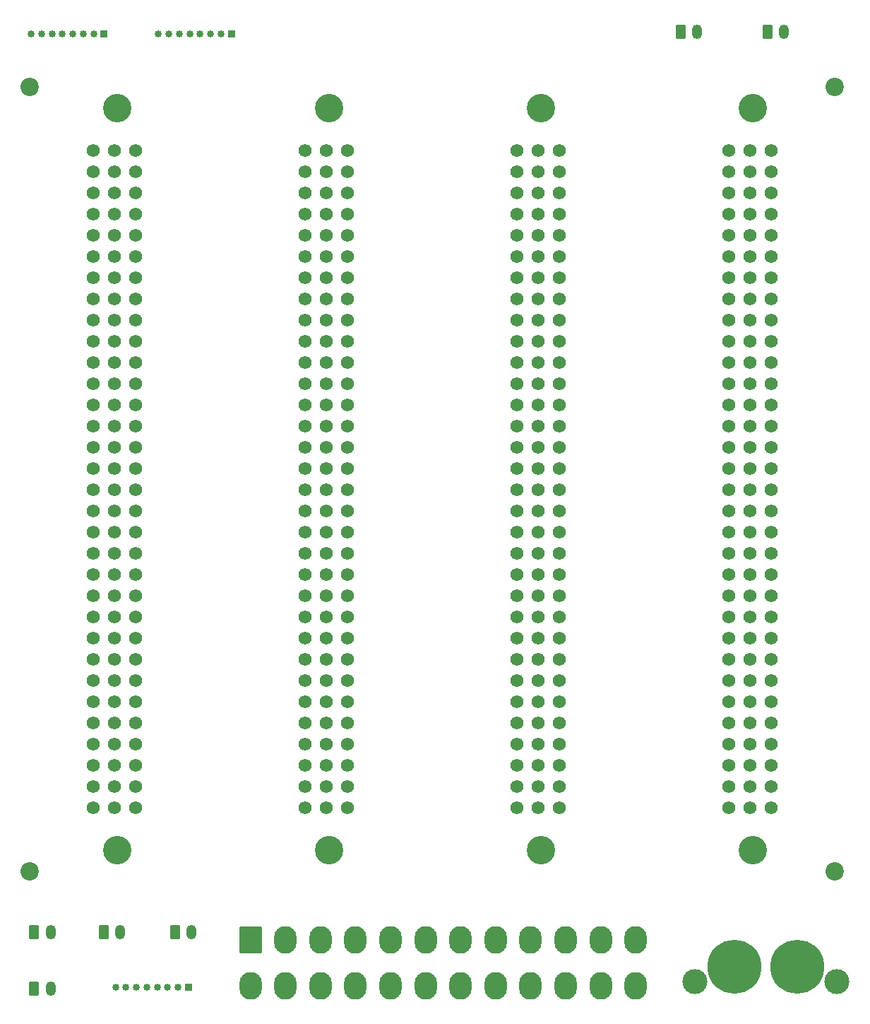
<source format=gbr>
%TF.GenerationSoftware,KiCad,Pcbnew,7.0.7*%
%TF.CreationDate,2024-03-27T23:33:24-04:00*%
%TF.ProjectId,Backplane,4261636b-706c-4616-9e65-2e6b69636164,rev?*%
%TF.SameCoordinates,Original*%
%TF.FileFunction,Soldermask,Top*%
%TF.FilePolarity,Negative*%
%FSLAX46Y46*%
G04 Gerber Fmt 4.6, Leading zero omitted, Abs format (unit mm)*
G04 Created by KiCad (PCBNEW 7.0.7) date 2024-03-27 23:33:24*
%MOMM*%
%LPD*%
G01*
G04 APERTURE LIST*
G04 Aperture macros list*
%AMRoundRect*
0 Rectangle with rounded corners*
0 $1 Rounding radius*
0 $2 $3 $4 $5 $6 $7 $8 $9 X,Y pos of 4 corners*
0 Add a 4 corners polygon primitive as box body*
4,1,4,$2,$3,$4,$5,$6,$7,$8,$9,$2,$3,0*
0 Add four circle primitives for the rounded corners*
1,1,$1+$1,$2,$3*
1,1,$1+$1,$4,$5*
1,1,$1+$1,$6,$7*
1,1,$1+$1,$8,$9*
0 Add four rect primitives between the rounded corners*
20,1,$1+$1,$2,$3,$4,$5,0*
20,1,$1+$1,$4,$5,$6,$7,0*
20,1,$1+$1,$6,$7,$8,$9,0*
20,1,$1+$1,$8,$9,$2,$3,0*%
G04 Aperture macros list end*
%ADD10C,2.997200*%
%ADD11C,6.469200*%
%ADD12RoundRect,0.250000X-0.350000X-0.625000X0.350000X-0.625000X0.350000X0.625000X-0.350000X0.625000X0*%
%ADD13O,1.200000X1.750000*%
%ADD14R,0.850000X0.850000*%
%ADD15C,0.850000*%
%ADD16C,3.403600*%
%ADD17C,1.574800*%
%ADD18C,2.200000*%
%ADD19RoundRect,0.250001X-1.099999X-1.399999X1.099999X-1.399999X1.099999X1.399999X-1.099999X1.399999X0*%
%ADD20O,2.700000X3.300000*%
G04 APERTURE END LIST*
D10*
%TO.C,J6*%
X153365200Y-142748000D03*
X170434000Y-142748000D03*
D11*
X158153100Y-140944600D03*
X165646100Y-140944600D03*
%TD*%
D12*
%TO.C,J11*%
X82499328Y-136777073D03*
D13*
X84499328Y-136777073D03*
%TD*%
D14*
%TO.C,J5*%
X92670000Y-143393262D03*
D15*
X91420000Y-143393262D03*
X90170000Y-143393262D03*
X88920000Y-143393262D03*
X87670000Y-143393262D03*
X86420000Y-143393262D03*
X85170000Y-143393262D03*
X83920000Y-143393262D03*
%TD*%
D12*
%TO.C,J13*%
X151670000Y-28956000D03*
D13*
X153670000Y-28956000D03*
%TD*%
D14*
%TO.C,J7*%
X82550000Y-29210000D03*
D15*
X81300000Y-29210000D03*
X80050000Y-29210000D03*
X78800000Y-29210000D03*
X77550000Y-29210000D03*
X76300000Y-29210000D03*
X75050000Y-29210000D03*
X73800000Y-29210000D03*
%TD*%
D16*
%TO.C,J3*%
X109524800Y-38100000D03*
X109524800Y-127000000D03*
D17*
X111760000Y-121920000D03*
X111760000Y-119380000D03*
X111760000Y-116840000D03*
X111760000Y-114300000D03*
X111760000Y-111760000D03*
X111760000Y-109220000D03*
X111760000Y-106680000D03*
X111760000Y-104140000D03*
X111760000Y-101600000D03*
X111760000Y-99060000D03*
X111760000Y-96520000D03*
X111760000Y-93980000D03*
X111760000Y-91440000D03*
X111760000Y-88900000D03*
X111760000Y-86360000D03*
X111760000Y-83820000D03*
X111760000Y-81280000D03*
X111760000Y-78740000D03*
X111760000Y-76200000D03*
X111760000Y-73660000D03*
X111760000Y-71120000D03*
X111760000Y-68580000D03*
X111760000Y-66040000D03*
X111760000Y-63500000D03*
X111760000Y-60960000D03*
X111760000Y-58420000D03*
X111760000Y-55880000D03*
X111760000Y-53340000D03*
X111760000Y-50800000D03*
X111760000Y-48260000D03*
X111760000Y-45720000D03*
X111760000Y-43180000D03*
X109220000Y-121920000D03*
X109220000Y-119380000D03*
X109220000Y-116840000D03*
X109220000Y-114300000D03*
X109220000Y-111760000D03*
X109220000Y-109220000D03*
X109220000Y-106680000D03*
X109220000Y-104140000D03*
X109220000Y-101600000D03*
X109220000Y-99060000D03*
X109220000Y-96520000D03*
X109220000Y-93980000D03*
X109220000Y-91440000D03*
X109220000Y-88900000D03*
X109220000Y-86360000D03*
X109220000Y-83820000D03*
X109220000Y-81280000D03*
X109220000Y-78740000D03*
X109220000Y-76200000D03*
X109220000Y-73660000D03*
X109220000Y-71120000D03*
X109220000Y-68580000D03*
X109220000Y-66040000D03*
X109220000Y-63500000D03*
X109220000Y-60960000D03*
X109220000Y-58420000D03*
X109220000Y-55880000D03*
X109220000Y-53340000D03*
X109220000Y-50800000D03*
X109220000Y-48260000D03*
X109220000Y-45720000D03*
X109220000Y-43180000D03*
X106680000Y-121920000D03*
X106680000Y-119380000D03*
X106680000Y-116840000D03*
X106680000Y-114300000D03*
X106680000Y-111760000D03*
X106680000Y-109220000D03*
X106680000Y-106680000D03*
X106680000Y-104140000D03*
X106680000Y-101600000D03*
X106680000Y-99060000D03*
X106680000Y-96520000D03*
X106680000Y-93980000D03*
X106680000Y-91440000D03*
X106680000Y-88900000D03*
X106680000Y-86360000D03*
X106680000Y-83820000D03*
X106680000Y-81280000D03*
X106680000Y-78740000D03*
X106680000Y-76200000D03*
X106680000Y-73660000D03*
X106680000Y-71120000D03*
X106680000Y-68580000D03*
X106680000Y-66040000D03*
X106680000Y-63500000D03*
X106680000Y-60960000D03*
X106680000Y-58420000D03*
X106680000Y-55880000D03*
X106680000Y-53340000D03*
X106680000Y-50800000D03*
X106680000Y-48260000D03*
X106680000Y-45720000D03*
X106680000Y-43180000D03*
%TD*%
D18*
%TO.C,REF\u002A\u002A*%
X170180000Y-129540000D03*
%TD*%
D12*
%TO.C,J14*%
X91058460Y-136771766D03*
D13*
X93058460Y-136771766D03*
%TD*%
D18*
%TO.C,REF\u002A\u002A*%
X170180000Y-35560000D03*
%TD*%
D12*
%TO.C,J9*%
X74140538Y-143555467D03*
D13*
X76140538Y-143555467D03*
%TD*%
D12*
%TO.C,J15*%
X74164583Y-136764001D03*
D13*
X76164583Y-136764001D03*
%TD*%
D16*
%TO.C,J2*%
X134924800Y-38100000D03*
X134924800Y-127000000D03*
D17*
X137160000Y-121920000D03*
X137160000Y-119380000D03*
X137160000Y-116840000D03*
X137160000Y-114300000D03*
X137160000Y-111760000D03*
X137160000Y-109220000D03*
X137160000Y-106680000D03*
X137160000Y-104140000D03*
X137160000Y-101600000D03*
X137160000Y-99060000D03*
X137160000Y-96520000D03*
X137160000Y-93980000D03*
X137160000Y-91440000D03*
X137160000Y-88900000D03*
X137160000Y-86360000D03*
X137160000Y-83820000D03*
X137160000Y-81280000D03*
X137160000Y-78740000D03*
X137160000Y-76200000D03*
X137160000Y-73660000D03*
X137160000Y-71120000D03*
X137160000Y-68580000D03*
X137160000Y-66040000D03*
X137160000Y-63500000D03*
X137160000Y-60960000D03*
X137160000Y-58420000D03*
X137160000Y-55880000D03*
X137160000Y-53340000D03*
X137160000Y-50800000D03*
X137160000Y-48260000D03*
X137160000Y-45720000D03*
X137160000Y-43180000D03*
X134620000Y-121920000D03*
X134620000Y-119380000D03*
X134620000Y-116840000D03*
X134620000Y-114300000D03*
X134620000Y-111760000D03*
X134620000Y-109220000D03*
X134620000Y-106680000D03*
X134620000Y-104140000D03*
X134620000Y-101600000D03*
X134620000Y-99060000D03*
X134620000Y-96520000D03*
X134620000Y-93980000D03*
X134620000Y-91440000D03*
X134620000Y-88900000D03*
X134620000Y-86360000D03*
X134620000Y-83820000D03*
X134620000Y-81280000D03*
X134620000Y-78740000D03*
X134620000Y-76200000D03*
X134620000Y-73660000D03*
X134620000Y-71120000D03*
X134620000Y-68580000D03*
X134620000Y-66040000D03*
X134620000Y-63500000D03*
X134620000Y-60960000D03*
X134620000Y-58420000D03*
X134620000Y-55880000D03*
X134620000Y-53340000D03*
X134620000Y-50800000D03*
X134620000Y-48260000D03*
X134620000Y-45720000D03*
X134620000Y-43180000D03*
X132080000Y-121920000D03*
X132080000Y-119380000D03*
X132080000Y-116840000D03*
X132080000Y-114300000D03*
X132080000Y-111760000D03*
X132080000Y-109220000D03*
X132080000Y-106680000D03*
X132080000Y-104140000D03*
X132080000Y-101600000D03*
X132080000Y-99060000D03*
X132080000Y-96520000D03*
X132080000Y-93980000D03*
X132080000Y-91440000D03*
X132080000Y-88900000D03*
X132080000Y-86360000D03*
X132080000Y-83820000D03*
X132080000Y-81280000D03*
X132080000Y-78740000D03*
X132080000Y-76200000D03*
X132080000Y-73660000D03*
X132080000Y-71120000D03*
X132080000Y-68580000D03*
X132080000Y-66040000D03*
X132080000Y-63500000D03*
X132080000Y-60960000D03*
X132080000Y-58420000D03*
X132080000Y-55880000D03*
X132080000Y-53340000D03*
X132080000Y-50800000D03*
X132080000Y-48260000D03*
X132080000Y-45720000D03*
X132080000Y-43180000D03*
%TD*%
D16*
%TO.C,J1*%
X160324800Y-38100000D03*
X160324800Y-127000000D03*
D17*
X162560000Y-121920000D03*
X162560000Y-119380000D03*
X162560000Y-116840000D03*
X162560000Y-114300000D03*
X162560000Y-111760000D03*
X162560000Y-109220000D03*
X162560000Y-106680000D03*
X162560000Y-104140000D03*
X162560000Y-101600000D03*
X162560000Y-99060000D03*
X162560000Y-96520000D03*
X162560000Y-93980000D03*
X162560000Y-91440000D03*
X162560000Y-88900000D03*
X162560000Y-86360000D03*
X162560000Y-83820000D03*
X162560000Y-81280000D03*
X162560000Y-78740000D03*
X162560000Y-76200000D03*
X162560000Y-73660000D03*
X162560000Y-71120000D03*
X162560000Y-68580000D03*
X162560000Y-66040000D03*
X162560000Y-63500000D03*
X162560000Y-60960000D03*
X162560000Y-58420000D03*
X162560000Y-55880000D03*
X162560000Y-53340000D03*
X162560000Y-50800000D03*
X162560000Y-48260000D03*
X162560000Y-45720000D03*
X162560000Y-43180000D03*
X160020000Y-121920000D03*
X160020000Y-119380000D03*
X160020000Y-116840000D03*
X160020000Y-114300000D03*
X160020000Y-111760000D03*
X160020000Y-109220000D03*
X160020000Y-106680000D03*
X160020000Y-104140000D03*
X160020000Y-101600000D03*
X160020000Y-99060000D03*
X160020000Y-96520000D03*
X160020000Y-93980000D03*
X160020000Y-91440000D03*
X160020000Y-88900000D03*
X160020000Y-86360000D03*
X160020000Y-83820000D03*
X160020000Y-81280000D03*
X160020000Y-78740000D03*
X160020000Y-76200000D03*
X160020000Y-73660000D03*
X160020000Y-71120000D03*
X160020000Y-68580000D03*
X160020000Y-66040000D03*
X160020000Y-63500000D03*
X160020000Y-60960000D03*
X160020000Y-58420000D03*
X160020000Y-55880000D03*
X160020000Y-53340000D03*
X160020000Y-50800000D03*
X160020000Y-48260000D03*
X160020000Y-45720000D03*
X160020000Y-43180000D03*
X157480000Y-121920000D03*
X157480000Y-119380000D03*
X157480000Y-116840000D03*
X157480000Y-114300000D03*
X157480000Y-111760000D03*
X157480000Y-109220000D03*
X157480000Y-106680000D03*
X157480000Y-104140000D03*
X157480000Y-101600000D03*
X157480000Y-99060000D03*
X157480000Y-96520000D03*
X157480000Y-93980000D03*
X157480000Y-91440000D03*
X157480000Y-88900000D03*
X157480000Y-86360000D03*
X157480000Y-83820000D03*
X157480000Y-81280000D03*
X157480000Y-78740000D03*
X157480000Y-76200000D03*
X157480000Y-73660000D03*
X157480000Y-71120000D03*
X157480000Y-68580000D03*
X157480000Y-66040000D03*
X157480000Y-63500000D03*
X157480000Y-60960000D03*
X157480000Y-58420000D03*
X157480000Y-55880000D03*
X157480000Y-53340000D03*
X157480000Y-50800000D03*
X157480000Y-48260000D03*
X157480000Y-45720000D03*
X157480000Y-43180000D03*
%TD*%
D18*
%TO.C,REF\u002A\u002A*%
X73660000Y-129540000D03*
%TD*%
D12*
%TO.C,J10*%
X162068000Y-28914000D03*
D13*
X164068000Y-28914000D03*
%TD*%
D18*
%TO.C,REF\u002A\u002A*%
X73660000Y-35560000D03*
%TD*%
D19*
%TO.C,J12*%
X100090000Y-137720000D03*
D20*
X104290000Y-137720000D03*
X108490000Y-137720000D03*
X112690000Y-137720000D03*
X116890000Y-137720000D03*
X121090000Y-137720000D03*
X125290000Y-137720000D03*
X129490000Y-137720000D03*
X133690000Y-137720000D03*
X137890000Y-137720000D03*
X142090000Y-137720000D03*
X146290000Y-137720000D03*
X100090000Y-143220000D03*
X104290000Y-143220000D03*
X108490000Y-143220000D03*
X112690000Y-143220000D03*
X116890000Y-143220000D03*
X121090000Y-143220000D03*
X125290000Y-143220000D03*
X129490000Y-143220000D03*
X133690000Y-143220000D03*
X137890000Y-143220000D03*
X142090000Y-143220000D03*
X146290000Y-143220000D03*
%TD*%
D14*
%TO.C,J8*%
X97810000Y-29210000D03*
D15*
X96560000Y-29210000D03*
X95310000Y-29210000D03*
X94060000Y-29210000D03*
X92810000Y-29210000D03*
X91560000Y-29210000D03*
X90310000Y-29210000D03*
X89060000Y-29210000D03*
%TD*%
D16*
%TO.C,J4*%
X84124800Y-38100000D03*
X84124800Y-127000000D03*
D17*
X86360000Y-121920000D03*
X86360000Y-119380000D03*
X86360000Y-116840000D03*
X86360000Y-114300000D03*
X86360000Y-111760000D03*
X86360000Y-109220000D03*
X86360000Y-106680000D03*
X86360000Y-104140000D03*
X86360000Y-101600000D03*
X86360000Y-99060000D03*
X86360000Y-96520000D03*
X86360000Y-93980000D03*
X86360000Y-91440000D03*
X86360000Y-88900000D03*
X86360000Y-86360000D03*
X86360000Y-83820000D03*
X86360000Y-81280000D03*
X86360000Y-78740000D03*
X86360000Y-76200000D03*
X86360000Y-73660000D03*
X86360000Y-71120000D03*
X86360000Y-68580000D03*
X86360000Y-66040000D03*
X86360000Y-63500000D03*
X86360000Y-60960000D03*
X86360000Y-58420000D03*
X86360000Y-55880000D03*
X86360000Y-53340000D03*
X86360000Y-50800000D03*
X86360000Y-48260000D03*
X86360000Y-45720000D03*
X86360000Y-43180000D03*
X83820000Y-121920000D03*
X83820000Y-119380000D03*
X83820000Y-116840000D03*
X83820000Y-114300000D03*
X83820000Y-111760000D03*
X83820000Y-109220000D03*
X83820000Y-106680000D03*
X83820000Y-104140000D03*
X83820000Y-101600000D03*
X83820000Y-99060000D03*
X83820000Y-96520000D03*
X83820000Y-93980000D03*
X83820000Y-91440000D03*
X83820000Y-88900000D03*
X83820000Y-86360000D03*
X83820000Y-83820000D03*
X83820000Y-81280000D03*
X83820000Y-78740000D03*
X83820000Y-76200000D03*
X83820000Y-73660000D03*
X83820000Y-71120000D03*
X83820000Y-68580000D03*
X83820000Y-66040000D03*
X83820000Y-63500000D03*
X83820000Y-60960000D03*
X83820000Y-58420000D03*
X83820000Y-55880000D03*
X83820000Y-53340000D03*
X83820000Y-50800000D03*
X83820000Y-48260000D03*
X83820000Y-45720000D03*
X83820000Y-43180000D03*
X81280000Y-121920000D03*
X81280000Y-119380000D03*
X81280000Y-116840000D03*
X81280000Y-114300000D03*
X81280000Y-111760000D03*
X81280000Y-109220000D03*
X81280000Y-106680000D03*
X81280000Y-104140000D03*
X81280000Y-101600000D03*
X81280000Y-99060000D03*
X81280000Y-96520000D03*
X81280000Y-93980000D03*
X81280000Y-91440000D03*
X81280000Y-88900000D03*
X81280000Y-86360000D03*
X81280000Y-83820000D03*
X81280000Y-81280000D03*
X81280000Y-78740000D03*
X81280000Y-76200000D03*
X81280000Y-73660000D03*
X81280000Y-71120000D03*
X81280000Y-68580000D03*
X81280000Y-66040000D03*
X81280000Y-63500000D03*
X81280000Y-60960000D03*
X81280000Y-58420000D03*
X81280000Y-55880000D03*
X81280000Y-53340000D03*
X81280000Y-50800000D03*
X81280000Y-48260000D03*
X81280000Y-45720000D03*
X81280000Y-43180000D03*
%TD*%
M02*

</source>
